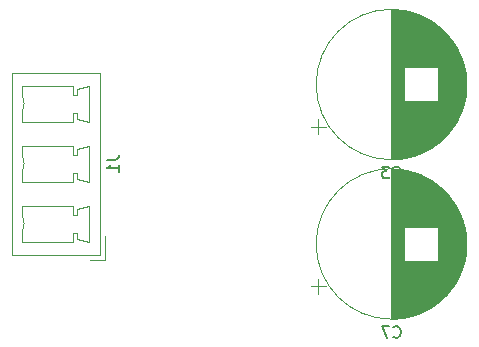
<source format=gbr>
%TF.GenerationSoftware,KiCad,Pcbnew,5.1.9+dfsg1-1*%
%TF.CreationDate,2021-06-24T19:32:38+02:00*%
%TF.ProjectId,pcb,7063622e-6b69-4636-9164-5f7063625858,rev?*%
%TF.SameCoordinates,Original*%
%TF.FileFunction,Legend,Bot*%
%TF.FilePolarity,Positive*%
%FSLAX46Y46*%
G04 Gerber Fmt 4.6, Leading zero omitted, Abs format (unit mm)*
G04 Created by KiCad (PCBNEW 5.1.9+dfsg1-1) date 2021-06-24 19:32:38*
%MOMM*%
%LPD*%
G01*
G04 APERTURE LIST*
%ADD10C,0.120000*%
%ADD11C,0.150000*%
G04 APERTURE END LIST*
D10*
%TO.C,C3*%
X166407918Y-124400000D02*
X166407918Y-123150000D01*
X165782918Y-123775000D02*
X167032918Y-123775000D01*
X178961000Y-120517000D02*
X178961000Y-119883000D01*
X178921000Y-120957000D02*
X178921000Y-119443000D01*
X178881000Y-121228000D02*
X178881000Y-119172000D01*
X178841000Y-121441000D02*
X178841000Y-118959000D01*
X178801000Y-121622000D02*
X178801000Y-118778000D01*
X178761000Y-121783000D02*
X178761000Y-118617000D01*
X178721000Y-121928000D02*
X178721000Y-118472000D01*
X178681000Y-122061000D02*
X178681000Y-118339000D01*
X178641000Y-122184000D02*
X178641000Y-118216000D01*
X178601000Y-122300000D02*
X178601000Y-118100000D01*
X178561000Y-122409000D02*
X178561000Y-117991000D01*
X178521000Y-122512000D02*
X178521000Y-117888000D01*
X178481000Y-122610000D02*
X178481000Y-117790000D01*
X178441000Y-122704000D02*
X178441000Y-117696000D01*
X178401000Y-122794000D02*
X178401000Y-117606000D01*
X178361000Y-122881000D02*
X178361000Y-117519000D01*
X178321000Y-122964000D02*
X178321000Y-117436000D01*
X178281000Y-123044000D02*
X178281000Y-117356000D01*
X178241000Y-123121000D02*
X178241000Y-117279000D01*
X178201000Y-123196000D02*
X178201000Y-117204000D01*
X178161000Y-123269000D02*
X178161000Y-117131000D01*
X178121000Y-123340000D02*
X178121000Y-117060000D01*
X178081000Y-123408000D02*
X178081000Y-116992000D01*
X178041000Y-123475000D02*
X178041000Y-116925000D01*
X178001000Y-123539000D02*
X178001000Y-116861000D01*
X177961000Y-123602000D02*
X177961000Y-116798000D01*
X177921000Y-123664000D02*
X177921000Y-116736000D01*
X177881000Y-123724000D02*
X177881000Y-116676000D01*
X177841000Y-123783000D02*
X177841000Y-116617000D01*
X177801000Y-123840000D02*
X177801000Y-116560000D01*
X177761000Y-123896000D02*
X177761000Y-116504000D01*
X177721000Y-123950000D02*
X177721000Y-116450000D01*
X177681000Y-124004000D02*
X177681000Y-116396000D01*
X177641000Y-124056000D02*
X177641000Y-116344000D01*
X177601000Y-124107000D02*
X177601000Y-116293000D01*
X177561000Y-124157000D02*
X177561000Y-116243000D01*
X177521000Y-124207000D02*
X177521000Y-116193000D01*
X177481000Y-124255000D02*
X177481000Y-116145000D01*
X177441000Y-124302000D02*
X177441000Y-116098000D01*
X177401000Y-124348000D02*
X177401000Y-116052000D01*
X177361000Y-124394000D02*
X177361000Y-116006000D01*
X177321000Y-124438000D02*
X177321000Y-115962000D01*
X177281000Y-124482000D02*
X177281000Y-115918000D01*
X177241000Y-124525000D02*
X177241000Y-115875000D01*
X177201000Y-124567000D02*
X177201000Y-115833000D01*
X177161000Y-124608000D02*
X177161000Y-115792000D01*
X177121000Y-124649000D02*
X177121000Y-115751000D01*
X177081000Y-124689000D02*
X177081000Y-115711000D01*
X177041000Y-124728000D02*
X177041000Y-115672000D01*
X177001000Y-124767000D02*
X177001000Y-115633000D01*
X176961000Y-124805000D02*
X176961000Y-115595000D01*
X176921000Y-124842000D02*
X176921000Y-115558000D01*
X176881000Y-124878000D02*
X176881000Y-115522000D01*
X176841000Y-124914000D02*
X176841000Y-115486000D01*
X176801000Y-124950000D02*
X176801000Y-115450000D01*
X176761000Y-124985000D02*
X176761000Y-115415000D01*
X176721000Y-125019000D02*
X176721000Y-115381000D01*
X176681000Y-125052000D02*
X176681000Y-115348000D01*
X176641000Y-125085000D02*
X176641000Y-115315000D01*
X176601000Y-125118000D02*
X176601000Y-115282000D01*
X176561000Y-125150000D02*
X176561000Y-115250000D01*
X176521000Y-118760000D02*
X176521000Y-115218000D01*
X176521000Y-125182000D02*
X176521000Y-121640000D01*
X176481000Y-118760000D02*
X176481000Y-115188000D01*
X176481000Y-125212000D02*
X176481000Y-121640000D01*
X176441000Y-118760000D02*
X176441000Y-115157000D01*
X176441000Y-125243000D02*
X176441000Y-121640000D01*
X176401000Y-118760000D02*
X176401000Y-115127000D01*
X176401000Y-125273000D02*
X176401000Y-121640000D01*
X176361000Y-118760000D02*
X176361000Y-115098000D01*
X176361000Y-125302000D02*
X176361000Y-121640000D01*
X176321000Y-118760000D02*
X176321000Y-115069000D01*
X176321000Y-125331000D02*
X176321000Y-121640000D01*
X176281000Y-118760000D02*
X176281000Y-115040000D01*
X176281000Y-125360000D02*
X176281000Y-121640000D01*
X176241000Y-118760000D02*
X176241000Y-115012000D01*
X176241000Y-125388000D02*
X176241000Y-121640000D01*
X176201000Y-118760000D02*
X176201000Y-114984000D01*
X176201000Y-125416000D02*
X176201000Y-121640000D01*
X176161000Y-118760000D02*
X176161000Y-114957000D01*
X176161000Y-125443000D02*
X176161000Y-121640000D01*
X176121000Y-118760000D02*
X176121000Y-114930000D01*
X176121000Y-125470000D02*
X176121000Y-121640000D01*
X176081000Y-118760000D02*
X176081000Y-114904000D01*
X176081000Y-125496000D02*
X176081000Y-121640000D01*
X176041000Y-118760000D02*
X176041000Y-114878000D01*
X176041000Y-125522000D02*
X176041000Y-121640000D01*
X176001000Y-118760000D02*
X176001000Y-114853000D01*
X176001000Y-125547000D02*
X176001000Y-121640000D01*
X175961000Y-118760000D02*
X175961000Y-114828000D01*
X175961000Y-125572000D02*
X175961000Y-121640000D01*
X175921000Y-118760000D02*
X175921000Y-114803000D01*
X175921000Y-125597000D02*
X175921000Y-121640000D01*
X175881000Y-118760000D02*
X175881000Y-114779000D01*
X175881000Y-125621000D02*
X175881000Y-121640000D01*
X175841000Y-118760000D02*
X175841000Y-114755000D01*
X175841000Y-125645000D02*
X175841000Y-121640000D01*
X175801000Y-118760000D02*
X175801000Y-114732000D01*
X175801000Y-125668000D02*
X175801000Y-121640000D01*
X175761000Y-118760000D02*
X175761000Y-114709000D01*
X175761000Y-125691000D02*
X175761000Y-121640000D01*
X175721000Y-118760000D02*
X175721000Y-114686000D01*
X175721000Y-125714000D02*
X175721000Y-121640000D01*
X175681000Y-118760000D02*
X175681000Y-114664000D01*
X175681000Y-125736000D02*
X175681000Y-121640000D01*
X175641000Y-118760000D02*
X175641000Y-114642000D01*
X175641000Y-125758000D02*
X175641000Y-121640000D01*
X175601000Y-118760000D02*
X175601000Y-114620000D01*
X175601000Y-125780000D02*
X175601000Y-121640000D01*
X175561000Y-118760000D02*
X175561000Y-114599000D01*
X175561000Y-125801000D02*
X175561000Y-121640000D01*
X175521000Y-118760000D02*
X175521000Y-114578000D01*
X175521000Y-125822000D02*
X175521000Y-121640000D01*
X175481000Y-118760000D02*
X175481000Y-114558000D01*
X175481000Y-125842000D02*
X175481000Y-121640000D01*
X175441000Y-118760000D02*
X175441000Y-114538000D01*
X175441000Y-125862000D02*
X175441000Y-121640000D01*
X175401000Y-118760000D02*
X175401000Y-114518000D01*
X175401000Y-125882000D02*
X175401000Y-121640000D01*
X175361000Y-118760000D02*
X175361000Y-114498000D01*
X175361000Y-125902000D02*
X175361000Y-121640000D01*
X175321000Y-118760000D02*
X175321000Y-114479000D01*
X175321000Y-125921000D02*
X175321000Y-121640000D01*
X175281000Y-118760000D02*
X175281000Y-114461000D01*
X175281000Y-125939000D02*
X175281000Y-121640000D01*
X175241000Y-118760000D02*
X175241000Y-114442000D01*
X175241000Y-125958000D02*
X175241000Y-121640000D01*
X175201000Y-118760000D02*
X175201000Y-114424000D01*
X175201000Y-125976000D02*
X175201000Y-121640000D01*
X175161000Y-118760000D02*
X175161000Y-114407000D01*
X175161000Y-125993000D02*
X175161000Y-121640000D01*
X175121000Y-118760000D02*
X175121000Y-114389000D01*
X175121000Y-126011000D02*
X175121000Y-121640000D01*
X175081000Y-118760000D02*
X175081000Y-114372000D01*
X175081000Y-126028000D02*
X175081000Y-121640000D01*
X175041000Y-118760000D02*
X175041000Y-114355000D01*
X175041000Y-126045000D02*
X175041000Y-121640000D01*
X175001000Y-118760000D02*
X175001000Y-114339000D01*
X175001000Y-126061000D02*
X175001000Y-121640000D01*
X174961000Y-118760000D02*
X174961000Y-114323000D01*
X174961000Y-126077000D02*
X174961000Y-121640000D01*
X174921000Y-118760000D02*
X174921000Y-114307000D01*
X174921000Y-126093000D02*
X174921000Y-121640000D01*
X174881000Y-118760000D02*
X174881000Y-114292000D01*
X174881000Y-126108000D02*
X174881000Y-121640000D01*
X174841000Y-118760000D02*
X174841000Y-114276000D01*
X174841000Y-126124000D02*
X174841000Y-121640000D01*
X174801000Y-118760000D02*
X174801000Y-114261000D01*
X174801000Y-126139000D02*
X174801000Y-121640000D01*
X174761000Y-118760000D02*
X174761000Y-114247000D01*
X174761000Y-126153000D02*
X174761000Y-121640000D01*
X174721000Y-118760000D02*
X174721000Y-114233000D01*
X174721000Y-126167000D02*
X174721000Y-121640000D01*
X174681000Y-118760000D02*
X174681000Y-114219000D01*
X174681000Y-126181000D02*
X174681000Y-121640000D01*
X174641000Y-118760000D02*
X174641000Y-114205000D01*
X174641000Y-126195000D02*
X174641000Y-121640000D01*
X174601000Y-118760000D02*
X174601000Y-114192000D01*
X174601000Y-126208000D02*
X174601000Y-121640000D01*
X174561000Y-118760000D02*
X174561000Y-114179000D01*
X174561000Y-126221000D02*
X174561000Y-121640000D01*
X174521000Y-118760000D02*
X174521000Y-114166000D01*
X174521000Y-126234000D02*
X174521000Y-121640000D01*
X174481000Y-118760000D02*
X174481000Y-114153000D01*
X174481000Y-126247000D02*
X174481000Y-121640000D01*
X174441000Y-118760000D02*
X174441000Y-114141000D01*
X174441000Y-126259000D02*
X174441000Y-121640000D01*
X174401000Y-118760000D02*
X174401000Y-114129000D01*
X174401000Y-126271000D02*
X174401000Y-121640000D01*
X174361000Y-118760000D02*
X174361000Y-114117000D01*
X174361000Y-126283000D02*
X174361000Y-121640000D01*
X174321000Y-118760000D02*
X174321000Y-114106000D01*
X174321000Y-126294000D02*
X174321000Y-121640000D01*
X174281000Y-118760000D02*
X174281000Y-114095000D01*
X174281000Y-126305000D02*
X174281000Y-121640000D01*
X174241000Y-118760000D02*
X174241000Y-114084000D01*
X174241000Y-126316000D02*
X174241000Y-121640000D01*
X174201000Y-118760000D02*
X174201000Y-114074000D01*
X174201000Y-126326000D02*
X174201000Y-121640000D01*
X174161000Y-118760000D02*
X174161000Y-114063000D01*
X174161000Y-126337000D02*
X174161000Y-121640000D01*
X174121000Y-118760000D02*
X174121000Y-114054000D01*
X174121000Y-126346000D02*
X174121000Y-121640000D01*
X174081000Y-118760000D02*
X174081000Y-114044000D01*
X174081000Y-126356000D02*
X174081000Y-121640000D01*
X174041000Y-118760000D02*
X174041000Y-114034000D01*
X174041000Y-126366000D02*
X174041000Y-121640000D01*
X174001000Y-118760000D02*
X174001000Y-114025000D01*
X174001000Y-126375000D02*
X174001000Y-121640000D01*
X173961000Y-118760000D02*
X173961000Y-114016000D01*
X173961000Y-126384000D02*
X173961000Y-121640000D01*
X173921000Y-118760000D02*
X173921000Y-114008000D01*
X173921000Y-126392000D02*
X173921000Y-121640000D01*
X173881000Y-118760000D02*
X173881000Y-113999000D01*
X173881000Y-126401000D02*
X173881000Y-121640000D01*
X173841000Y-118760000D02*
X173841000Y-113991000D01*
X173841000Y-126409000D02*
X173841000Y-121640000D01*
X173801000Y-118760000D02*
X173801000Y-113984000D01*
X173801000Y-126416000D02*
X173801000Y-121640000D01*
X173761000Y-118760000D02*
X173761000Y-113976000D01*
X173761000Y-126424000D02*
X173761000Y-121640000D01*
X173721000Y-118760000D02*
X173721000Y-113969000D01*
X173721000Y-126431000D02*
X173721000Y-121640000D01*
X173681000Y-118760000D02*
X173681000Y-113962000D01*
X173681000Y-126438000D02*
X173681000Y-121640000D01*
X173641000Y-126445000D02*
X173641000Y-113955000D01*
X173601000Y-126452000D02*
X173601000Y-113948000D01*
X173561000Y-126458000D02*
X173561000Y-113942000D01*
X173521000Y-126464000D02*
X173521000Y-113936000D01*
X173481000Y-126469000D02*
X173481000Y-113931000D01*
X173441000Y-126475000D02*
X173441000Y-113925000D01*
X173401000Y-126480000D02*
X173401000Y-113920000D01*
X173361000Y-126485000D02*
X173361000Y-113915000D01*
X173321000Y-126490000D02*
X173321000Y-113910000D01*
X173280000Y-126494000D02*
X173280000Y-113906000D01*
X173240000Y-126498000D02*
X173240000Y-113902000D01*
X173200000Y-126502000D02*
X173200000Y-113898000D01*
X173160000Y-126506000D02*
X173160000Y-113894000D01*
X173120000Y-126509000D02*
X173120000Y-113891000D01*
X173080000Y-126512000D02*
X173080000Y-113888000D01*
X173040000Y-126515000D02*
X173040000Y-113885000D01*
X173000000Y-126518000D02*
X173000000Y-113882000D01*
X172960000Y-126520000D02*
X172960000Y-113880000D01*
X172920000Y-126522000D02*
X172920000Y-113878000D01*
X172880000Y-126524000D02*
X172880000Y-113876000D01*
X172840000Y-126526000D02*
X172840000Y-113874000D01*
X172800000Y-126527000D02*
X172800000Y-113873000D01*
X172760000Y-126528000D02*
X172760000Y-113872000D01*
X172720000Y-126529000D02*
X172720000Y-113871000D01*
X172680000Y-126530000D02*
X172680000Y-113870000D01*
X172640000Y-126530000D02*
X172640000Y-113870000D01*
X172600000Y-126530000D02*
X172600000Y-113870000D01*
X178970000Y-120200000D02*
G75*
G03*
X178970000Y-120200000I-6370000J0D01*
G01*
%TO.C,J1*%
X147960000Y-134650000D02*
X140490000Y-134650000D01*
X140490000Y-134650000D02*
X140490000Y-119190000D01*
X140490000Y-119190000D02*
X147960000Y-119190000D01*
X147960000Y-119190000D02*
X147960000Y-134650000D01*
X141350000Y-132750000D02*
X141350000Y-133500000D01*
X141350000Y-133500000D02*
X145650000Y-133500000D01*
X145650000Y-133500000D02*
X145650000Y-132750000D01*
X145650000Y-132750000D02*
X146000000Y-132750000D01*
X146000000Y-132750000D02*
X146000000Y-133250000D01*
X146000000Y-133250000D02*
X147000000Y-133500000D01*
X147000000Y-133500000D02*
X147000000Y-130500000D01*
X147000000Y-130500000D02*
X146000000Y-130750000D01*
X146000000Y-130750000D02*
X146000000Y-131250000D01*
X146000000Y-131250000D02*
X145650000Y-131250000D01*
X145650000Y-131250000D02*
X145650000Y-130500000D01*
X145650000Y-130500000D02*
X141350000Y-130500000D01*
X141350000Y-130500000D02*
X141350000Y-131250000D01*
X141350000Y-127670000D02*
X141350000Y-128420000D01*
X141350000Y-128420000D02*
X145650000Y-128420000D01*
X145650000Y-128420000D02*
X145650000Y-127670000D01*
X145650000Y-127670000D02*
X146000000Y-127670000D01*
X146000000Y-127670000D02*
X146000000Y-128170000D01*
X146000000Y-128170000D02*
X147000000Y-128420000D01*
X147000000Y-128420000D02*
X147000000Y-125420000D01*
X147000000Y-125420000D02*
X146000000Y-125670000D01*
X146000000Y-125670000D02*
X146000000Y-126170000D01*
X146000000Y-126170000D02*
X145650000Y-126170000D01*
X145650000Y-126170000D02*
X145650000Y-125420000D01*
X145650000Y-125420000D02*
X141350000Y-125420000D01*
X141350000Y-125420000D02*
X141350000Y-126170000D01*
X141350000Y-122590000D02*
X141350000Y-123340000D01*
X141350000Y-123340000D02*
X145650000Y-123340000D01*
X145650000Y-123340000D02*
X145650000Y-122590000D01*
X145650000Y-122590000D02*
X146000000Y-122590000D01*
X146000000Y-122590000D02*
X146000000Y-123090000D01*
X146000000Y-123090000D02*
X147000000Y-123340000D01*
X147000000Y-123340000D02*
X147000000Y-120340000D01*
X147000000Y-120340000D02*
X146000000Y-120590000D01*
X146000000Y-120590000D02*
X146000000Y-121090000D01*
X146000000Y-121090000D02*
X145650000Y-121090000D01*
X145650000Y-121090000D02*
X145650000Y-120340000D01*
X145650000Y-120340000D02*
X141350000Y-120340000D01*
X141350000Y-120340000D02*
X141350000Y-121090000D01*
X147100000Y-135040000D02*
X148350000Y-135040000D01*
X148350000Y-135040000D02*
X148350000Y-133040000D01*
X141350155Y-131250353D02*
G75*
G02*
X141350000Y-132750000I-1700155J-749647D01*
G01*
X141350155Y-126170353D02*
G75*
G02*
X141350000Y-127670000I-1700155J-749647D01*
G01*
X141350155Y-121090353D02*
G75*
G02*
X141350000Y-122590000I-1700155J-749647D01*
G01*
%TO.C,C7*%
X178970000Y-133700000D02*
G75*
G03*
X178970000Y-133700000I-6370000J0D01*
G01*
X172600000Y-140030000D02*
X172600000Y-127370000D01*
X172640000Y-140030000D02*
X172640000Y-127370000D01*
X172680000Y-140030000D02*
X172680000Y-127370000D01*
X172720000Y-140029000D02*
X172720000Y-127371000D01*
X172760000Y-140028000D02*
X172760000Y-127372000D01*
X172800000Y-140027000D02*
X172800000Y-127373000D01*
X172840000Y-140026000D02*
X172840000Y-127374000D01*
X172880000Y-140024000D02*
X172880000Y-127376000D01*
X172920000Y-140022000D02*
X172920000Y-127378000D01*
X172960000Y-140020000D02*
X172960000Y-127380000D01*
X173000000Y-140018000D02*
X173000000Y-127382000D01*
X173040000Y-140015000D02*
X173040000Y-127385000D01*
X173080000Y-140012000D02*
X173080000Y-127388000D01*
X173120000Y-140009000D02*
X173120000Y-127391000D01*
X173160000Y-140006000D02*
X173160000Y-127394000D01*
X173200000Y-140002000D02*
X173200000Y-127398000D01*
X173240000Y-139998000D02*
X173240000Y-127402000D01*
X173280000Y-139994000D02*
X173280000Y-127406000D01*
X173321000Y-139990000D02*
X173321000Y-127410000D01*
X173361000Y-139985000D02*
X173361000Y-127415000D01*
X173401000Y-139980000D02*
X173401000Y-127420000D01*
X173441000Y-139975000D02*
X173441000Y-127425000D01*
X173481000Y-139969000D02*
X173481000Y-127431000D01*
X173521000Y-139964000D02*
X173521000Y-127436000D01*
X173561000Y-139958000D02*
X173561000Y-127442000D01*
X173601000Y-139952000D02*
X173601000Y-127448000D01*
X173641000Y-139945000D02*
X173641000Y-127455000D01*
X173681000Y-139938000D02*
X173681000Y-135140000D01*
X173681000Y-132260000D02*
X173681000Y-127462000D01*
X173721000Y-139931000D02*
X173721000Y-135140000D01*
X173721000Y-132260000D02*
X173721000Y-127469000D01*
X173761000Y-139924000D02*
X173761000Y-135140000D01*
X173761000Y-132260000D02*
X173761000Y-127476000D01*
X173801000Y-139916000D02*
X173801000Y-135140000D01*
X173801000Y-132260000D02*
X173801000Y-127484000D01*
X173841000Y-139909000D02*
X173841000Y-135140000D01*
X173841000Y-132260000D02*
X173841000Y-127491000D01*
X173881000Y-139901000D02*
X173881000Y-135140000D01*
X173881000Y-132260000D02*
X173881000Y-127499000D01*
X173921000Y-139892000D02*
X173921000Y-135140000D01*
X173921000Y-132260000D02*
X173921000Y-127508000D01*
X173961000Y-139884000D02*
X173961000Y-135140000D01*
X173961000Y-132260000D02*
X173961000Y-127516000D01*
X174001000Y-139875000D02*
X174001000Y-135140000D01*
X174001000Y-132260000D02*
X174001000Y-127525000D01*
X174041000Y-139866000D02*
X174041000Y-135140000D01*
X174041000Y-132260000D02*
X174041000Y-127534000D01*
X174081000Y-139856000D02*
X174081000Y-135140000D01*
X174081000Y-132260000D02*
X174081000Y-127544000D01*
X174121000Y-139846000D02*
X174121000Y-135140000D01*
X174121000Y-132260000D02*
X174121000Y-127554000D01*
X174161000Y-139837000D02*
X174161000Y-135140000D01*
X174161000Y-132260000D02*
X174161000Y-127563000D01*
X174201000Y-139826000D02*
X174201000Y-135140000D01*
X174201000Y-132260000D02*
X174201000Y-127574000D01*
X174241000Y-139816000D02*
X174241000Y-135140000D01*
X174241000Y-132260000D02*
X174241000Y-127584000D01*
X174281000Y-139805000D02*
X174281000Y-135140000D01*
X174281000Y-132260000D02*
X174281000Y-127595000D01*
X174321000Y-139794000D02*
X174321000Y-135140000D01*
X174321000Y-132260000D02*
X174321000Y-127606000D01*
X174361000Y-139783000D02*
X174361000Y-135140000D01*
X174361000Y-132260000D02*
X174361000Y-127617000D01*
X174401000Y-139771000D02*
X174401000Y-135140000D01*
X174401000Y-132260000D02*
X174401000Y-127629000D01*
X174441000Y-139759000D02*
X174441000Y-135140000D01*
X174441000Y-132260000D02*
X174441000Y-127641000D01*
X174481000Y-139747000D02*
X174481000Y-135140000D01*
X174481000Y-132260000D02*
X174481000Y-127653000D01*
X174521000Y-139734000D02*
X174521000Y-135140000D01*
X174521000Y-132260000D02*
X174521000Y-127666000D01*
X174561000Y-139721000D02*
X174561000Y-135140000D01*
X174561000Y-132260000D02*
X174561000Y-127679000D01*
X174601000Y-139708000D02*
X174601000Y-135140000D01*
X174601000Y-132260000D02*
X174601000Y-127692000D01*
X174641000Y-139695000D02*
X174641000Y-135140000D01*
X174641000Y-132260000D02*
X174641000Y-127705000D01*
X174681000Y-139681000D02*
X174681000Y-135140000D01*
X174681000Y-132260000D02*
X174681000Y-127719000D01*
X174721000Y-139667000D02*
X174721000Y-135140000D01*
X174721000Y-132260000D02*
X174721000Y-127733000D01*
X174761000Y-139653000D02*
X174761000Y-135140000D01*
X174761000Y-132260000D02*
X174761000Y-127747000D01*
X174801000Y-139639000D02*
X174801000Y-135140000D01*
X174801000Y-132260000D02*
X174801000Y-127761000D01*
X174841000Y-139624000D02*
X174841000Y-135140000D01*
X174841000Y-132260000D02*
X174841000Y-127776000D01*
X174881000Y-139608000D02*
X174881000Y-135140000D01*
X174881000Y-132260000D02*
X174881000Y-127792000D01*
X174921000Y-139593000D02*
X174921000Y-135140000D01*
X174921000Y-132260000D02*
X174921000Y-127807000D01*
X174961000Y-139577000D02*
X174961000Y-135140000D01*
X174961000Y-132260000D02*
X174961000Y-127823000D01*
X175001000Y-139561000D02*
X175001000Y-135140000D01*
X175001000Y-132260000D02*
X175001000Y-127839000D01*
X175041000Y-139545000D02*
X175041000Y-135140000D01*
X175041000Y-132260000D02*
X175041000Y-127855000D01*
X175081000Y-139528000D02*
X175081000Y-135140000D01*
X175081000Y-132260000D02*
X175081000Y-127872000D01*
X175121000Y-139511000D02*
X175121000Y-135140000D01*
X175121000Y-132260000D02*
X175121000Y-127889000D01*
X175161000Y-139493000D02*
X175161000Y-135140000D01*
X175161000Y-132260000D02*
X175161000Y-127907000D01*
X175201000Y-139476000D02*
X175201000Y-135140000D01*
X175201000Y-132260000D02*
X175201000Y-127924000D01*
X175241000Y-139458000D02*
X175241000Y-135140000D01*
X175241000Y-132260000D02*
X175241000Y-127942000D01*
X175281000Y-139439000D02*
X175281000Y-135140000D01*
X175281000Y-132260000D02*
X175281000Y-127961000D01*
X175321000Y-139421000D02*
X175321000Y-135140000D01*
X175321000Y-132260000D02*
X175321000Y-127979000D01*
X175361000Y-139402000D02*
X175361000Y-135140000D01*
X175361000Y-132260000D02*
X175361000Y-127998000D01*
X175401000Y-139382000D02*
X175401000Y-135140000D01*
X175401000Y-132260000D02*
X175401000Y-128018000D01*
X175441000Y-139362000D02*
X175441000Y-135140000D01*
X175441000Y-132260000D02*
X175441000Y-128038000D01*
X175481000Y-139342000D02*
X175481000Y-135140000D01*
X175481000Y-132260000D02*
X175481000Y-128058000D01*
X175521000Y-139322000D02*
X175521000Y-135140000D01*
X175521000Y-132260000D02*
X175521000Y-128078000D01*
X175561000Y-139301000D02*
X175561000Y-135140000D01*
X175561000Y-132260000D02*
X175561000Y-128099000D01*
X175601000Y-139280000D02*
X175601000Y-135140000D01*
X175601000Y-132260000D02*
X175601000Y-128120000D01*
X175641000Y-139258000D02*
X175641000Y-135140000D01*
X175641000Y-132260000D02*
X175641000Y-128142000D01*
X175681000Y-139236000D02*
X175681000Y-135140000D01*
X175681000Y-132260000D02*
X175681000Y-128164000D01*
X175721000Y-139214000D02*
X175721000Y-135140000D01*
X175721000Y-132260000D02*
X175721000Y-128186000D01*
X175761000Y-139191000D02*
X175761000Y-135140000D01*
X175761000Y-132260000D02*
X175761000Y-128209000D01*
X175801000Y-139168000D02*
X175801000Y-135140000D01*
X175801000Y-132260000D02*
X175801000Y-128232000D01*
X175841000Y-139145000D02*
X175841000Y-135140000D01*
X175841000Y-132260000D02*
X175841000Y-128255000D01*
X175881000Y-139121000D02*
X175881000Y-135140000D01*
X175881000Y-132260000D02*
X175881000Y-128279000D01*
X175921000Y-139097000D02*
X175921000Y-135140000D01*
X175921000Y-132260000D02*
X175921000Y-128303000D01*
X175961000Y-139072000D02*
X175961000Y-135140000D01*
X175961000Y-132260000D02*
X175961000Y-128328000D01*
X176001000Y-139047000D02*
X176001000Y-135140000D01*
X176001000Y-132260000D02*
X176001000Y-128353000D01*
X176041000Y-139022000D02*
X176041000Y-135140000D01*
X176041000Y-132260000D02*
X176041000Y-128378000D01*
X176081000Y-138996000D02*
X176081000Y-135140000D01*
X176081000Y-132260000D02*
X176081000Y-128404000D01*
X176121000Y-138970000D02*
X176121000Y-135140000D01*
X176121000Y-132260000D02*
X176121000Y-128430000D01*
X176161000Y-138943000D02*
X176161000Y-135140000D01*
X176161000Y-132260000D02*
X176161000Y-128457000D01*
X176201000Y-138916000D02*
X176201000Y-135140000D01*
X176201000Y-132260000D02*
X176201000Y-128484000D01*
X176241000Y-138888000D02*
X176241000Y-135140000D01*
X176241000Y-132260000D02*
X176241000Y-128512000D01*
X176281000Y-138860000D02*
X176281000Y-135140000D01*
X176281000Y-132260000D02*
X176281000Y-128540000D01*
X176321000Y-138831000D02*
X176321000Y-135140000D01*
X176321000Y-132260000D02*
X176321000Y-128569000D01*
X176361000Y-138802000D02*
X176361000Y-135140000D01*
X176361000Y-132260000D02*
X176361000Y-128598000D01*
X176401000Y-138773000D02*
X176401000Y-135140000D01*
X176401000Y-132260000D02*
X176401000Y-128627000D01*
X176441000Y-138743000D02*
X176441000Y-135140000D01*
X176441000Y-132260000D02*
X176441000Y-128657000D01*
X176481000Y-138712000D02*
X176481000Y-135140000D01*
X176481000Y-132260000D02*
X176481000Y-128688000D01*
X176521000Y-138682000D02*
X176521000Y-135140000D01*
X176521000Y-132260000D02*
X176521000Y-128718000D01*
X176561000Y-138650000D02*
X176561000Y-128750000D01*
X176601000Y-138618000D02*
X176601000Y-128782000D01*
X176641000Y-138585000D02*
X176641000Y-128815000D01*
X176681000Y-138552000D02*
X176681000Y-128848000D01*
X176721000Y-138519000D02*
X176721000Y-128881000D01*
X176761000Y-138485000D02*
X176761000Y-128915000D01*
X176801000Y-138450000D02*
X176801000Y-128950000D01*
X176841000Y-138414000D02*
X176841000Y-128986000D01*
X176881000Y-138378000D02*
X176881000Y-129022000D01*
X176921000Y-138342000D02*
X176921000Y-129058000D01*
X176961000Y-138305000D02*
X176961000Y-129095000D01*
X177001000Y-138267000D02*
X177001000Y-129133000D01*
X177041000Y-138228000D02*
X177041000Y-129172000D01*
X177081000Y-138189000D02*
X177081000Y-129211000D01*
X177121000Y-138149000D02*
X177121000Y-129251000D01*
X177161000Y-138108000D02*
X177161000Y-129292000D01*
X177201000Y-138067000D02*
X177201000Y-129333000D01*
X177241000Y-138025000D02*
X177241000Y-129375000D01*
X177281000Y-137982000D02*
X177281000Y-129418000D01*
X177321000Y-137938000D02*
X177321000Y-129462000D01*
X177361000Y-137894000D02*
X177361000Y-129506000D01*
X177401000Y-137848000D02*
X177401000Y-129552000D01*
X177441000Y-137802000D02*
X177441000Y-129598000D01*
X177481000Y-137755000D02*
X177481000Y-129645000D01*
X177521000Y-137707000D02*
X177521000Y-129693000D01*
X177561000Y-137657000D02*
X177561000Y-129743000D01*
X177601000Y-137607000D02*
X177601000Y-129793000D01*
X177641000Y-137556000D02*
X177641000Y-129844000D01*
X177681000Y-137504000D02*
X177681000Y-129896000D01*
X177721000Y-137450000D02*
X177721000Y-129950000D01*
X177761000Y-137396000D02*
X177761000Y-130004000D01*
X177801000Y-137340000D02*
X177801000Y-130060000D01*
X177841000Y-137283000D02*
X177841000Y-130117000D01*
X177881000Y-137224000D02*
X177881000Y-130176000D01*
X177921000Y-137164000D02*
X177921000Y-130236000D01*
X177961000Y-137102000D02*
X177961000Y-130298000D01*
X178001000Y-137039000D02*
X178001000Y-130361000D01*
X178041000Y-136975000D02*
X178041000Y-130425000D01*
X178081000Y-136908000D02*
X178081000Y-130492000D01*
X178121000Y-136840000D02*
X178121000Y-130560000D01*
X178161000Y-136769000D02*
X178161000Y-130631000D01*
X178201000Y-136696000D02*
X178201000Y-130704000D01*
X178241000Y-136621000D02*
X178241000Y-130779000D01*
X178281000Y-136544000D02*
X178281000Y-130856000D01*
X178321000Y-136464000D02*
X178321000Y-130936000D01*
X178361000Y-136381000D02*
X178361000Y-131019000D01*
X178401000Y-136294000D02*
X178401000Y-131106000D01*
X178441000Y-136204000D02*
X178441000Y-131196000D01*
X178481000Y-136110000D02*
X178481000Y-131290000D01*
X178521000Y-136012000D02*
X178521000Y-131388000D01*
X178561000Y-135909000D02*
X178561000Y-131491000D01*
X178601000Y-135800000D02*
X178601000Y-131600000D01*
X178641000Y-135684000D02*
X178641000Y-131716000D01*
X178681000Y-135561000D02*
X178681000Y-131839000D01*
X178721000Y-135428000D02*
X178721000Y-131972000D01*
X178761000Y-135283000D02*
X178761000Y-132117000D01*
X178801000Y-135122000D02*
X178801000Y-132278000D01*
X178841000Y-134941000D02*
X178841000Y-132459000D01*
X178881000Y-134728000D02*
X178881000Y-132672000D01*
X178921000Y-134457000D02*
X178921000Y-132943000D01*
X178961000Y-134017000D02*
X178961000Y-133383000D01*
X165782918Y-137275000D02*
X167032918Y-137275000D01*
X166407918Y-137900000D02*
X166407918Y-136650000D01*
%TO.C,C3*%
D11*
X172766666Y-128057142D02*
X172814285Y-128104761D01*
X172957142Y-128152380D01*
X173052380Y-128152380D01*
X173195238Y-128104761D01*
X173290476Y-128009523D01*
X173338095Y-127914285D01*
X173385714Y-127723809D01*
X173385714Y-127580952D01*
X173338095Y-127390476D01*
X173290476Y-127295238D01*
X173195238Y-127200000D01*
X173052380Y-127152380D01*
X172957142Y-127152380D01*
X172814285Y-127200000D01*
X172766666Y-127247619D01*
X172433333Y-127152380D02*
X171814285Y-127152380D01*
X172147619Y-127533333D01*
X172004761Y-127533333D01*
X171909523Y-127580952D01*
X171861904Y-127628571D01*
X171814285Y-127723809D01*
X171814285Y-127961904D01*
X171861904Y-128057142D01*
X171909523Y-128104761D01*
X172004761Y-128152380D01*
X172290476Y-128152380D01*
X172385714Y-128104761D01*
X172433333Y-128057142D01*
%TO.C,J1*%
X148502380Y-126586666D02*
X149216666Y-126586666D01*
X149359523Y-126539047D01*
X149454761Y-126443809D01*
X149502380Y-126300952D01*
X149502380Y-126205714D01*
X149502380Y-127586666D02*
X149502380Y-127015238D01*
X149502380Y-127300952D02*
X148502380Y-127300952D01*
X148645238Y-127205714D01*
X148740476Y-127110476D01*
X148788095Y-127015238D01*
%TO.C,C7*%
X172766666Y-141557142D02*
X172814285Y-141604761D01*
X172957142Y-141652380D01*
X173052380Y-141652380D01*
X173195238Y-141604761D01*
X173290476Y-141509523D01*
X173338095Y-141414285D01*
X173385714Y-141223809D01*
X173385714Y-141080952D01*
X173338095Y-140890476D01*
X173290476Y-140795238D01*
X173195238Y-140700000D01*
X173052380Y-140652380D01*
X172957142Y-140652380D01*
X172814285Y-140700000D01*
X172766666Y-140747619D01*
X172433333Y-140652380D02*
X171766666Y-140652380D01*
X172195238Y-141652380D01*
%TD*%
M02*

</source>
